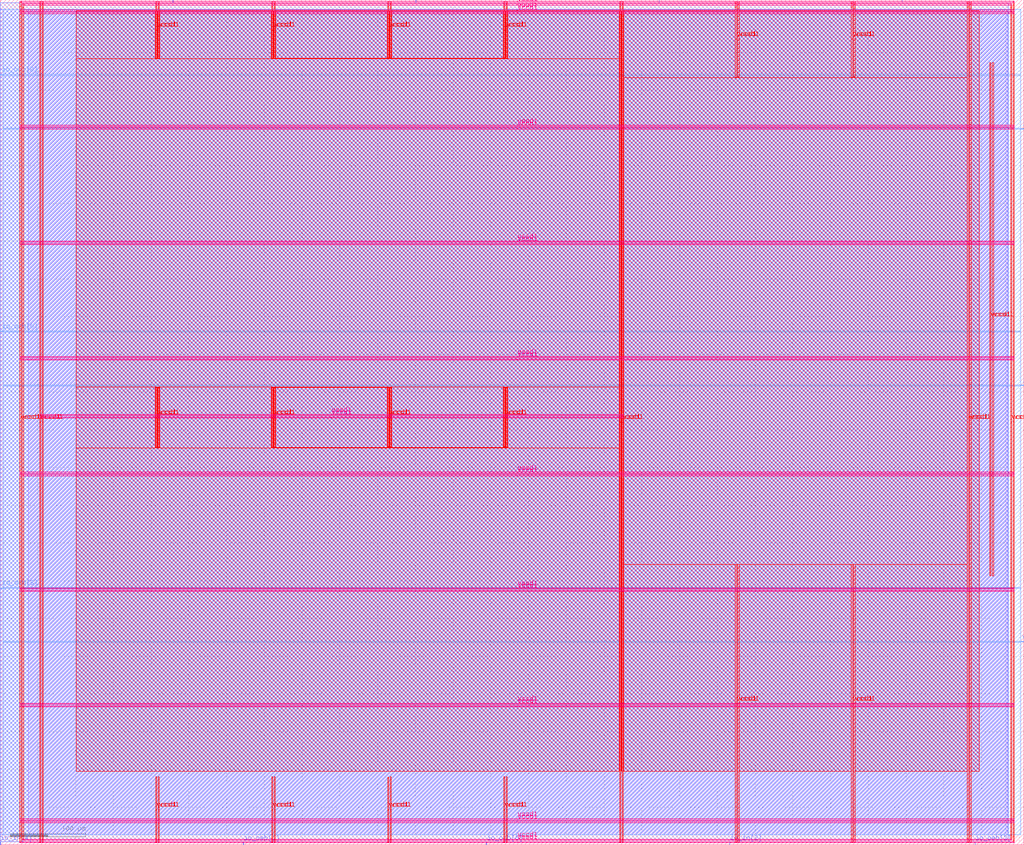
<source format=lef>
VERSION 5.7 ;
  NOWIREEXTENSIONATPIN ON ;
  DIVIDERCHAR "/" ;
  BUSBITCHARS "[]" ;
MACRO osiris_i_mem
  CLASS BLOCK ;
  FOREIGN osiris_i_mem ;
  ORIGIN 0.000 0.000 ;
  SIZE 1356.000 BY 1120.000 ;
  PIN io_in[0]
    DIRECTION INPUT ;
    USE SIGNAL ;
    ANTENNAGATEAREA 0.742500 ;
    PORT
      LAYER met3 ;
        RECT 1352.000 608.640 1356.000 609.240 ;
    END
  END io_in[0]
  PIN io_in[1]
    DIRECTION INPUT ;
    USE SIGNAL ;
    ANTENNAGATEAREA 0.852000 ;
    PORT
      LAYER met2 ;
        RECT 550.710 1116.000 550.990 1120.000 ;
    END
  END io_in[1]
  PIN io_in[2]
    DIRECTION INPUT ;
    USE SIGNAL ;
    ANTENNAGATEAREA 0.159000 ;
    PORT
      LAYER met2 ;
        RECT 966.090 0.000 966.370 4.000 ;
    END
  END io_in[2]
  PIN io_in[3]
    DIRECTION INPUT ;
    USE SIGNAL ;
    ANTENNAGATEAREA 0.213000 ;
    PORT
      LAYER met2 ;
        RECT 872.710 1116.000 872.990 1120.000 ;
    END
  END io_in[3]
  PIN io_in[4]
    DIRECTION INPUT ;
    USE SIGNAL ;
    ANTENNAGATEAREA 0.742500 ;
    PORT
      LAYER met2 ;
        RECT 0.090 0.000 0.370 4.000 ;
    END
  END io_in[4]
  PIN io_oeb[0]
    DIRECTION OUTPUT TRISTATE ;
    USE SIGNAL ;
    PORT
      LAYER met3 ;
        RECT 0.000 680.040 4.000 680.640 ;
    END
  END io_oeb[0]
  PIN io_oeb[1]
    DIRECTION OUTPUT TRISTATE ;
    USE SIGNAL ;
    PORT
      LAYER met2 ;
        RECT 322.090 0.000 322.370 4.000 ;
    END
  END io_oeb[1]
  PIN io_oeb[2]
    DIRECTION OUTPUT TRISTATE ;
    USE SIGNAL ;
    PORT
      LAYER met2 ;
        RECT 1291.310 0.000 1291.590 4.000 ;
    END
  END io_oeb[2]
  PIN io_oeb[3]
    DIRECTION OUTPUT TRISTATE ;
    USE SIGNAL ;
    PORT
      LAYER met3 ;
        RECT 0.000 340.040 4.000 340.640 ;
    END
  END io_oeb[3]
  PIN io_oeb[4]
    DIRECTION OUTPUT TRISTATE ;
    USE SIGNAL ;
    PORT
      LAYER met3 ;
        RECT 1352.000 948.640 1356.000 949.240 ;
    END
  END io_oeb[4]
  PIN io_oeb[5]
    DIRECTION OUTPUT TRISTATE ;
    USE SIGNAL ;
    PORT
      LAYER met2 ;
        RECT 1194.710 1116.000 1194.990 1120.000 ;
    END
  END io_oeb[5]
  PIN io_oeb[6]
    DIRECTION OUTPUT TRISTATE ;
    USE SIGNAL ;
    PORT
      LAYER met2 ;
        RECT 644.090 0.000 644.370 4.000 ;
    END
  END io_oeb[6]
  PIN io_out[0]
    DIRECTION OUTPUT TRISTATE ;
    USE SIGNAL ;
    ANTENNADIFFAREA 2.673000 ;
    PORT
      LAYER met3 ;
        RECT 0.000 1020.040 4.000 1020.640 ;
    END
  END io_out[0]
  PIN io_out[1]
    DIRECTION OUTPUT TRISTATE ;
    USE SIGNAL ;
    ANTENNADIFFAREA 2.673000 ;
    PORT
      LAYER met2 ;
        RECT 228.710 1116.000 228.990 1120.000 ;
    END
  END io_out[1]
  PIN vccd1
    DIRECTION INOUT ;
    USE POWER ;
    PORT
      LAYER met4 ;
        RECT 29.200 6.000 30.800 1114.640 ;
    END
    PORT
      LAYER met5 ;
        RECT 29.200 6.000 1340.220 7.600 ;
    END
    PORT
      LAYER met5 ;
        RECT 29.200 1113.040 1340.220 1114.640 ;
    END
    PORT
      LAYER met4 ;
        RECT 1338.620 6.000 1340.220 1114.640 ;
    END
    PORT
      LAYER met4 ;
        RECT 52.320 2.700 53.920 1117.940 ;
    END
    PORT
      LAYER met4 ;
        RECT 205.920 2.700 207.520 90.020 ;
    END
    PORT
      LAYER met4 ;
        RECT 205.920 526.520 207.520 606.020 ;
    END
    PORT
      LAYER met4 ;
        RECT 205.920 1042.520 207.520 1117.940 ;
    END
    PORT
      LAYER met4 ;
        RECT 359.520 2.700 361.120 90.020 ;
    END
    PORT
      LAYER met4 ;
        RECT 359.520 526.520 361.120 606.020 ;
    END
    PORT
      LAYER met4 ;
        RECT 359.520 1042.520 361.120 1117.940 ;
    END
    PORT
      LAYER met4 ;
        RECT 513.120 2.700 514.720 89.400 ;
    END
    PORT
      LAYER met4 ;
        RECT 513.120 527.140 514.720 605.400 ;
    END
    PORT
      LAYER met4 ;
        RECT 513.120 1043.140 514.720 1117.940 ;
    END
    PORT
      LAYER met4 ;
        RECT 666.720 2.700 668.320 90.020 ;
    END
    PORT
      LAYER met4 ;
        RECT 666.720 527.140 668.320 606.020 ;
    END
    PORT
      LAYER met4 ;
        RECT 666.720 1043.140 668.320 1117.940 ;
    END
    PORT
      LAYER met4 ;
        RECT 820.320 2.700 821.920 1117.940 ;
    END
    PORT
      LAYER met4 ;
        RECT 973.920 2.700 975.520 371.375 ;
    END
    PORT
      LAYER met4 ;
        RECT 973.920 1017.145 975.520 1117.940 ;
    END
    PORT
      LAYER met4 ;
        RECT 1127.520 2.700 1129.120 371.375 ;
    END
    PORT
      LAYER met4 ;
        RECT 1127.520 1017.145 1129.120 1117.940 ;
    END
    PORT
      LAYER met4 ;
        RECT 1281.120 2.700 1282.720 1117.940 ;
    END
    PORT
      LAYER met5 ;
        RECT 25.900 29.450 1343.520 31.050 ;
    END
    PORT
      LAYER met5 ;
        RECT 25.900 182.630 1343.520 184.230 ;
    END
    PORT
      LAYER met5 ;
        RECT 25.900 335.810 1343.520 337.410 ;
    END
    PORT
      LAYER met5 ;
        RECT 25.900 488.990 1343.520 490.590 ;
    END
    PORT
      LAYER met5 ;
        RECT 25.900 642.170 1343.520 643.770 ;
    END
    PORT
      LAYER met5 ;
        RECT 25.900 795.350 1343.520 796.950 ;
    END
    PORT
      LAYER met5 ;
        RECT 25.900 948.530 1343.520 950.130 ;
    END
    PORT
      LAYER met5 ;
        RECT 25.900 1101.710 1343.520 1103.310 ;
    END
    PORT
      LAYER met4 ;
        RECT 1310.660 356.080 1312.260 1036.560 ;
    END
    PORT
      LAYER met5 ;
        RECT 52.320 565.300 825.220 566.900 ;
    END
  END vccd1
  PIN vssd1
    DIRECTION INOUT ;
    USE GROUND ;
    PORT
      LAYER met4 ;
        RECT 25.900 2.700 27.500 1117.940 ;
    END
    PORT
      LAYER met5 ;
        RECT 25.900 2.700 1343.520 4.300 ;
    END
    PORT
      LAYER met5 ;
        RECT 25.900 1116.340 1343.520 1117.940 ;
    END
    PORT
      LAYER met4 ;
        RECT 1341.920 2.700 1343.520 1117.940 ;
    END
    PORT
      LAYER met4 ;
        RECT 55.620 2.700 57.220 1117.940 ;
    END
    PORT
      LAYER met4 ;
        RECT 209.220 2.700 210.820 90.020 ;
    END
    PORT
      LAYER met4 ;
        RECT 209.220 526.520 210.820 606.020 ;
    END
    PORT
      LAYER met4 ;
        RECT 209.220 1042.520 210.820 1117.940 ;
    END
    PORT
      LAYER met4 ;
        RECT 362.820 2.700 364.420 90.020 ;
    END
    PORT
      LAYER met4 ;
        RECT 362.820 526.520 364.420 606.020 ;
    END
    PORT
      LAYER met4 ;
        RECT 362.820 1042.520 364.420 1117.940 ;
    END
    PORT
      LAYER met4 ;
        RECT 516.420 2.700 518.020 90.020 ;
    END
    PORT
      LAYER met4 ;
        RECT 516.420 527.140 518.020 606.020 ;
    END
    PORT
      LAYER met4 ;
        RECT 516.420 1043.140 518.020 1117.940 ;
    END
    PORT
      LAYER met4 ;
        RECT 670.020 2.700 671.620 90.020 ;
    END
    PORT
      LAYER met4 ;
        RECT 670.020 526.520 671.620 606.020 ;
    END
    PORT
      LAYER met4 ;
        RECT 670.020 1042.520 671.620 1117.940 ;
    END
    PORT
      LAYER met4 ;
        RECT 823.620 2.700 825.220 1117.940 ;
    END
    PORT
      LAYER met4 ;
        RECT 977.220 2.700 978.820 371.375 ;
    END
    PORT
      LAYER met4 ;
        RECT 977.220 1017.145 978.820 1117.940 ;
    END
    PORT
      LAYER met4 ;
        RECT 1130.820 2.700 1132.420 371.375 ;
    END
    PORT
      LAYER met4 ;
        RECT 1130.820 1017.145 1132.420 1117.940 ;
    END
    PORT
      LAYER met4 ;
        RECT 1284.420 2.700 1286.020 1117.940 ;
    END
    PORT
      LAYER met5 ;
        RECT 25.900 32.750 1343.520 34.350 ;
    END
    PORT
      LAYER met5 ;
        RECT 25.900 185.930 1343.520 187.530 ;
    END
    PORT
      LAYER met5 ;
        RECT 25.900 339.110 1343.520 340.710 ;
    END
    PORT
      LAYER met5 ;
        RECT 25.900 492.290 1343.520 493.890 ;
    END
    PORT
      LAYER met5 ;
        RECT 25.900 645.470 1343.520 647.070 ;
    END
    PORT
      LAYER met5 ;
        RECT 25.900 798.650 1343.520 800.250 ;
    END
    PORT
      LAYER met5 ;
        RECT 25.900 951.830 1343.520 953.430 ;
    END
    PORT
      LAYER met5 ;
        RECT 25.900 1105.010 1343.520 1106.610 ;
    END
    PORT
      LAYER met4 ;
        RECT 1314.340 356.080 1315.940 1036.560 ;
    END
    PORT
      LAYER met5 ;
        RECT 52.320 568.700 825.220 570.300 ;
    END
  END vssd1
  PIN wb_clk_i
    DIRECTION INPUT ;
    USE SIGNAL ;
    ANTENNAGATEAREA 0.852000 ;
    ANTENNADIFFAREA 0.434700 ;
    PORT
      LAYER met3 ;
        RECT 1352.000 268.640 1356.000 269.240 ;
    END
  END wb_clk_i
  OBS
      LAYER li1 ;
        RECT 36.800 13.515 1332.620 1107.125 ;
      LAYER met1 ;
        RECT 0.070 13.360 1334.850 1107.280 ;
      LAYER met2 ;
        RECT 0.100 1115.720 228.430 1116.000 ;
        RECT 229.270 1115.720 550.430 1116.000 ;
        RECT 551.270 1115.720 872.430 1116.000 ;
        RECT 873.270 1115.720 1194.430 1116.000 ;
        RECT 1195.270 1115.720 1335.290 1116.000 ;
        RECT 0.100 4.280 1335.290 1115.720 ;
        RECT 0.650 4.000 321.810 4.280 ;
        RECT 322.650 4.000 643.810 4.280 ;
        RECT 644.650 4.000 965.810 4.280 ;
        RECT 966.650 4.000 1291.030 4.280 ;
        RECT 1291.870 4.000 1335.290 4.280 ;
      LAYER met3 ;
        RECT 4.000 1021.040 1352.000 1107.205 ;
        RECT 4.400 1019.640 1352.000 1021.040 ;
        RECT 4.000 949.640 1352.000 1019.640 ;
        RECT 4.000 948.240 1351.600 949.640 ;
        RECT 4.000 681.040 1352.000 948.240 ;
        RECT 4.400 679.640 1352.000 681.040 ;
        RECT 4.000 609.640 1352.000 679.640 ;
        RECT 4.000 608.240 1351.600 609.640 ;
        RECT 4.000 341.040 1352.000 608.240 ;
        RECT 4.400 339.640 1352.000 341.040 ;
        RECT 4.000 269.640 1352.000 339.640 ;
        RECT 4.000 268.240 1351.600 269.640 ;
        RECT 4.000 13.435 1352.000 268.240 ;
      LAYER met4 ;
        RECT 100.620 1042.120 205.520 1105.505 ;
        RECT 207.920 1042.120 208.820 1105.505 ;
        RECT 211.220 1042.120 359.120 1105.505 ;
        RECT 361.520 1042.120 362.420 1105.505 ;
        RECT 364.820 1042.740 512.720 1105.505 ;
        RECT 515.120 1042.740 516.020 1105.505 ;
        RECT 518.420 1042.740 666.320 1105.505 ;
        RECT 668.720 1042.740 669.620 1105.505 ;
        RECT 364.820 1042.120 669.620 1042.740 ;
        RECT 672.020 1042.120 819.920 1105.505 ;
        RECT 100.620 606.420 819.920 1042.120 ;
        RECT 100.620 526.120 205.520 606.420 ;
        RECT 207.920 526.120 208.820 606.420 ;
        RECT 211.220 526.120 359.120 606.420 ;
        RECT 361.520 526.120 362.420 606.420 ;
        RECT 364.820 605.800 516.020 606.420 ;
        RECT 364.820 526.740 512.720 605.800 ;
        RECT 515.120 526.740 516.020 605.800 ;
        RECT 518.420 526.740 666.320 606.420 ;
        RECT 668.720 526.740 669.620 606.420 ;
        RECT 364.820 526.120 669.620 526.740 ;
        RECT 672.020 526.120 819.920 606.420 ;
        RECT 100.620 97.415 819.920 526.120 ;
        RECT 822.320 97.415 823.220 1105.505 ;
        RECT 825.620 1016.745 973.520 1105.505 ;
        RECT 975.920 1016.745 976.820 1105.505 ;
        RECT 979.220 1016.745 1127.120 1105.505 ;
        RECT 1129.520 1016.745 1130.420 1105.505 ;
        RECT 1132.820 1016.745 1280.720 1105.505 ;
        RECT 825.620 371.775 1280.720 1016.745 ;
        RECT 825.620 97.415 973.520 371.775 ;
        RECT 975.920 97.415 976.820 371.775 ;
        RECT 979.220 97.415 1127.120 371.775 ;
        RECT 1129.520 97.415 1130.420 371.775 ;
        RECT 1132.820 97.415 1280.720 371.775 ;
        RECT 1283.120 97.415 1284.020 1105.505 ;
        RECT 1286.420 97.415 1296.905 1105.505 ;
  END
END osiris_i_mem
END LIBRARY


</source>
